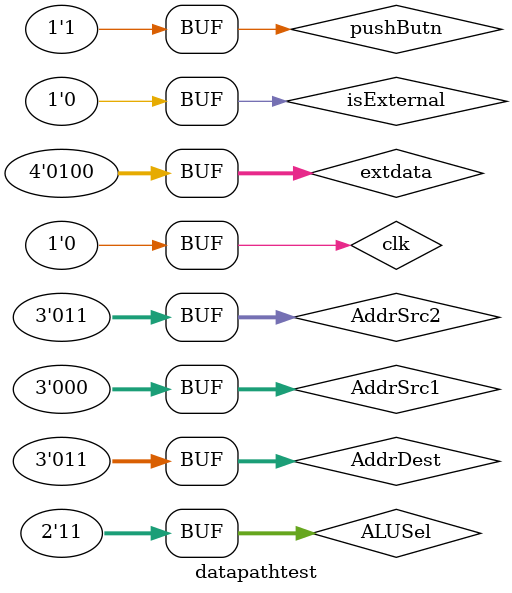
<source format=sv>
`timescale 1ns / 1ps


module datapathtest();
logic [3:0] extdata;
logic isExternal;
logic [2:0] AddrSrc1; 
logic [2:0] AddrSrc2; 
logic [2:0] AddrDest; 
logic pushButn;
logic clk;
logic [1:0] ALUSel;
logic [3:0] res;
datapath dut(extdata,isExternal,AddrSrc1,AddrSrc2,AddrDest,pushButn,clk,ALUSel,res);

initial begin 
pushButn <= 1; #0;
end
always
        begin 
            clk <= 1;#5;
            clk <= 0;#5;        
        end
        
initial begin
extdata <= 4'b0100; isExternal <= 1; AddrSrc1 <= 4'b0000; AddrSrc2 <= 4'b0011; AddrDest <= 4'b0000; ALUSel <= 2'b00; #30;
extdata <= 4'b0010; isExternal <= 1; AddrSrc1 <= 4'b0000; AddrSrc2 <= 4'b0011; AddrDest <= 4'b0011; ALUSel <= 2'b01; #30;
isExternal <= 0; AddrDest <= 4'b0011; ALUSel <= 2'b10; #30;
extdata <= 4'b0100; isExternal <= 1; AddrSrc1 <= 4'b0000; AddrSrc2 <= 4'b0011; AddrDest <= 4'b0000; ALUSel <= 2'b00; #30;
extdata <= 4'b0010; isExternal <= 1; AddrSrc1 <= 4'b0000; AddrSrc2 <= 4'b0011; AddrDest <= 4'b0011; ALUSel <= 2'b01; #30;
isExternal <= 0; AddrDest <= 4'b0011; ALUSel <= 2'b10; #30;
extdata <= 4'b0100; isExternal <= 1; AddrSrc1 <= 4'b0000; AddrSrc2 <= 4'b0011; AddrDest <= 4'b0000; ALUSel <= 2'b00; #30;
extdata <= 4'b0010; isExternal <= 1; AddrSrc1 <= 4'b0000; AddrSrc2 <= 4'b0011; AddrDest <= 4'b0011; ALUSel <= 2'b01; #30;
isExternal <= 0; AddrDest <= 4'b0011; ALUSel <= 2'b10; #30;
extdata <= 4'b0100; isExternal <= 1; AddrSrc1 <= 4'b0000; AddrSrc2 <= 4'b0011; AddrDest <= 4'b0000; ALUSel <= 2'b00; #30;
extdata <= 4'b0010; isExternal <= 1; AddrSrc1 <= 4'b0000; AddrSrc2 <= 4'b0011; AddrDest <= 4'b0011; ALUSel <= 2'b01; #30;
isExternal <= 0; AddrDest <= 4'b0011; ALUSel <= 2'b10; #30;
AddrSrc1 <= 4'b0011; AddrSrc2 <= 4'b0000; AddrDest <= 4'b0000; ALUSel <= 2'b00; #30;
extdata <= 4'b0100; isExternal <= 1; AddrSrc1 <= 4'b0000; AddrSrc2 <= 4'b0011; AddrDest <= 4'b0000; ALUSel <= 2'b00; #30;
extdata <= 4'b0010; isExternal <= 1; AddrSrc1 <= 4'b0000; AddrSrc2 <= 4'b0011; AddrDest <= 4'b0011; ALUSel <= 2'b01; #30;
isExternal <= 0; AddrDest <= 4'b0011; ALUSel <= 2'b10; #30;
AddrSrc1 <= 4'b0011; AddrSrc2 <= 4'b0000; AddrDest <= 4'b0000; ALUSel <= 2'b00; #30;
extdata <= 4'b0100; isExternal <= 1; AddrSrc1 <= 4'b0000; AddrSrc2 <= 4'b0011; AddrDest <= 4'b0000; ALUSel <= 2'b00; #30;
extdata <= 4'b0010; isExternal <= 1; AddrSrc1 <= 4'b0000; AddrSrc2 <= 4'b0011; AddrDest <= 4'b0011; ALUSel <= 2'b01; #30;
isExternal <= 0; AddrDest <= 4'b0011; ALUSel <= 2'b10; #30;
AddrSrc1 <= 4'b0011; AddrSrc2 <= 4'b0000; AddrDest <= 4'b0000; ALUSel <= 2'b00; #30;
extdata <= 4'b0100; isExternal <= 0; AddrSrc1 <= 4'b0000; AddrSrc2 <= 4'b0011; AddrDest <= 4'b0011; ALUSel <= 2'b11; #30;
end

endmodule

</source>
